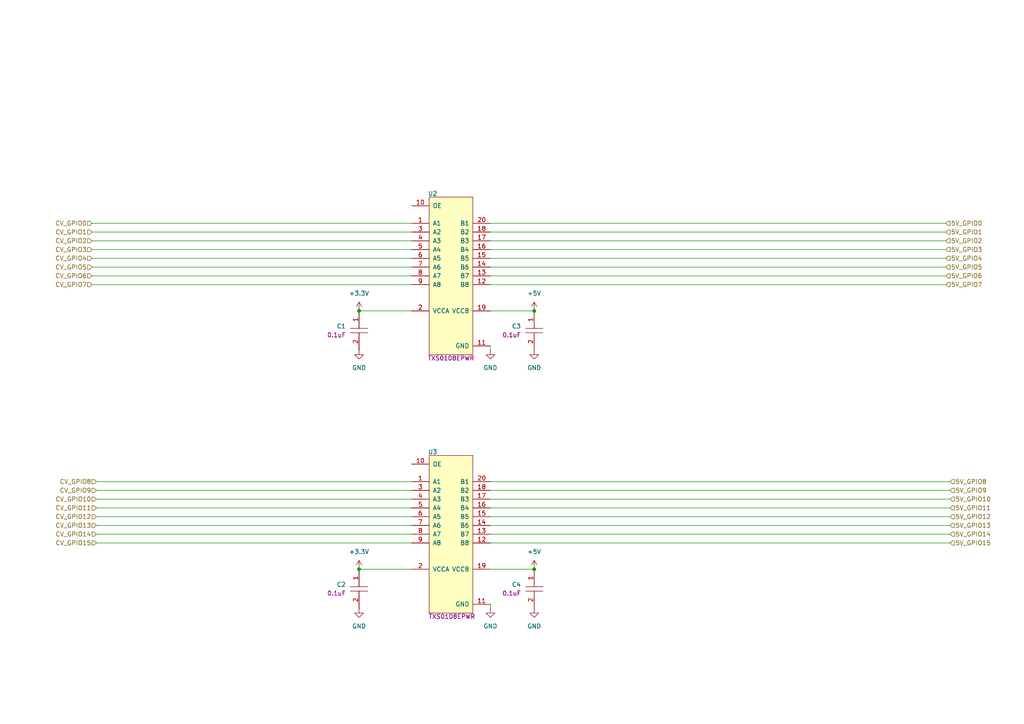
<source format=kicad_sch>
(kicad_sch (version 20231120) (generator "eeschema") (generator_version "8.0")
  (paper "A4")
  (lib_symbols
    (symbol "AVR-KiCAD-Lib-Capacitors:CGA3E2X7R1H104K080AA" (pin_names (offset 1.016))
      (property "Reference" "C" (at -2.54 2.54 0))
      (property "_Value_" "0.1uF" (at 58.42 63.5 0))
      (symbol "CGA3E2X7R1H104K080AA_1_1"
        (polyline (pts (xy 0 2.54) (xy 0 -2.54)))
        (polyline (pts (xy 1.27 2.54) (xy 1.27 -2.54)))
        (pin input line (at -5.08 0 0) (length 5.08) (name "~") (number "1"))
        (pin input line (at 6.35 0 180) (length 5.08) (name "~") (number "2"))
      )
    )
    (symbol "AVR-KiCAD-Lib-ICs:TXS0108EPWR" (pin_names (offset 1.016))
      (property "Reference" "U" (at 1.016 0.762 0))
      (property "_Value_" "TXS0108EPWR" (at 6.35 -48.006 0))
      (symbol "TXS0108EPWR_0_1"
        (rectangle (start 0 0) (end 12.7 -45.72) (fill (type background)))
      )
      (symbol "TXS0108EPWR_1_1"
        (pin bidirectional line (at -5.08 -7.62 0) (length 5.08) (name "A1") (number "1"))
        (pin input line (at -5.08 -2.54 0) (length 5.08) (name "OE") (number "10"))
        (pin passive line (at 17.78 -43.18 180) (length 5.08) (name "GND") (number "11"))
        (pin bidirectional line (at 17.78 -25.4 180) (length 5.08) (name "B8") (number "12"))
        (pin bidirectional line (at 17.78 -22.86 180) (length 5.08) (name "B7") (number "13"))
        (pin bidirectional line (at 17.78 -20.32 180) (length 5.08) (name "B6") (number "14"))
        (pin bidirectional line (at 17.78 -17.78 180) (length 5.08) (name "B5") (number "15"))
        (pin bidirectional line (at 17.78 -15.24 180) (length 5.08) (name "B4") (number "16"))
        (pin bidirectional line (at 17.78 -12.7 180) (length 5.08) (name "B3") (number "17"))
        (pin bidirectional line (at 17.78 -10.16 180) (length 5.08) (name "B2") (number "18"))
        (pin power_in line (at 17.78 -33.02 180) (length 5.08) (name "VCCB") (number "19"))
        (pin power_in line (at -5.08 -33.02 0) (length 5.08) (name "VCCA") (number "2"))
        (pin bidirectional line (at 17.78 -7.62 180) (length 5.08) (name "B1") (number "20"))
        (pin bidirectional line (at -5.08 -10.16 0) (length 5.08) (name "A2") (number "3"))
        (pin bidirectional line (at -5.08 -12.7 0) (length 5.08) (name "A3") (number "4"))
        (pin bidirectional line (at -5.08 -15.24 0) (length 5.08) (name "A4") (number "5"))
        (pin bidirectional line (at -5.08 -17.78 0) (length 5.08) (name "A5") (number "6"))
        (pin bidirectional line (at -5.08 -20.32 0) (length 5.08) (name "A6") (number "7"))
        (pin bidirectional line (at -5.08 -22.86 0) (length 5.08) (name "A7") (number "8"))
        (pin bidirectional line (at -5.08 -25.4 0) (length 5.08) (name "A8") (number "9"))
      )
    )
    (symbol "power:+3.3V" (power) (pin_numbers hide) (pin_names (offset 0) hide)
      (property "Value" "+3.3V" (at 0 3.556 0))
      (symbol "+3.3V_0_1"
        (polyline (pts (xy -0.762 1.27) (xy 0 2.54)))
        (polyline (pts (xy 0 0) (xy 0 2.54)))
        (polyline (pts (xy 0 2.54) (xy 0.762 1.27)))
      )
      (symbol "+3.3V_1_1"
        (pin power_in line (at 0 0 90) (length 0) (name "~") (number "1"))
      )
    )
    (symbol "power:+5V" (power) (pin_numbers hide) (pin_names (offset 0) hide)
      (property "Value" "+5V" (at 0 3.556 0))
      (symbol "+5V_0_1"
        (polyline (pts (xy -0.762 1.27) (xy 0 2.54)))
        (polyline (pts (xy 0 0) (xy 0 2.54)))
        (polyline (pts (xy 0 2.54) (xy 0.762 1.27)))
      )
      (symbol "+5V_1_1"
        (pin power_in line (at 0 0 90) (length 0) (name "~") (number "1"))
      )
    )
    (symbol "power:GND" (power) (pin_numbers hide) (pin_names (offset 0) hide)
      (property "Value" "GND" (at 0 -3.81 0))
      (symbol "GND_0_1"
        (polyline (pts (xy 0 0) (xy 0 -1.27) (xy 1.27 -1.27) (xy 0 -2.54) (xy -1.27 -1.27) (xy 0 -1.27)))
      )
      (symbol "GND_1_1"
        (pin power_in line (at 0 0 270) (length 0) (name "~") (number "1"))
      )
    )
  )
  (junction (at 104.14 90.17))
  (junction (at 154.94 90.17))
  (junction (at 104.14 165.1))
  (junction (at 154.94 165.1))
  (wire (pts (xy 27.94 144.78) (xy 119.38 144.78)))
  (wire (pts (xy 275.59 157.48) (xy 142.24 157.48)))
  (wire (pts (xy 275.59 152.4) (xy 142.24 152.4)))
  (wire (pts (xy 26.67 77.47) (xy 119.38 77.47)))
  (wire (pts (xy 27.94 139.7) (xy 119.38 139.7)))
  (wire (pts (xy 275.59 139.7) (xy 142.24 139.7)))
  (wire (pts (xy 27.94 149.86) (xy 119.38 149.86)))
  (wire (pts (xy 274.32 69.85) (xy 142.24 69.85)))
  (wire (pts (xy 274.32 67.31) (xy 142.24 67.31)))
  (wire (pts (xy 275.59 154.94) (xy 142.24 154.94)))
  (wire (pts (xy 104.14 165.1) (xy 119.38 165.1)))
  (wire (pts (xy 26.67 64.77) (xy 119.38 64.77)))
  (wire (pts (xy 142.24 90.17) (xy 154.94 90.17)))
  (wire (pts (xy 275.59 142.24) (xy 142.24 142.24)))
  (wire (pts (xy 142.24 165.1) (xy 154.94 165.1)))
  (wire (pts (xy 142.24 101.6) (xy 142.24 100.33)))
  (wire (pts (xy 26.67 74.93) (xy 119.38 74.93)))
  (wire (pts (xy 274.32 80.01) (xy 142.24 80.01)))
  (wire (pts (xy 27.94 154.94) (xy 119.38 154.94)))
  (wire (pts (xy 27.94 152.4) (xy 119.38 152.4)))
  (wire (pts (xy 27.94 147.32) (xy 119.38 147.32)))
  (wire (pts (xy 27.94 157.48) (xy 119.38 157.48)))
  (wire (pts (xy 275.59 144.78) (xy 142.24 144.78)))
  (wire (pts (xy 26.67 69.85) (xy 119.38 69.85)))
  (wire (pts (xy 26.67 67.31) (xy 119.38 67.31)))
  (wire (pts (xy 274.32 72.39) (xy 142.24 72.39)))
  (wire (pts (xy 104.14 90.17) (xy 119.38 90.17)))
  (wire (pts (xy 275.59 149.86) (xy 142.24 149.86)))
  (wire (pts (xy 275.59 147.32) (xy 142.24 147.32)))
  (wire (pts (xy 26.67 72.39) (xy 119.38 72.39)))
  (wire (pts (xy 142.24 176.53) (xy 142.24 175.26)))
  (wire (pts (xy 26.67 80.01) (xy 119.38 80.01)))
  (wire (pts (xy 26.67 82.55) (xy 119.38 82.55)))
  (wire (pts (xy 274.32 64.77) (xy 142.24 64.77)))
  (wire (pts (xy 27.94 142.24) (xy 119.38 142.24)))
  (wire (pts (xy 274.32 77.47) (xy 142.24 77.47)))
  (wire (pts (xy 274.32 82.55) (xy 142.24 82.55)))
  (wire (pts (xy 274.32 74.93) (xy 142.24 74.93)))
  (hierarchical_label "5V_GPIO4" (shape input) (at 274.32 74.93 0))
  (hierarchical_label "CV_GPIO12" (shape input) (at 27.94 149.86 180))
  (hierarchical_label "5V_GPIO15" (shape input) (at 275.59 157.48 0))
  (hierarchical_label "5V_GPIO7" (shape input) (at 274.32 82.55 0))
  (hierarchical_label "5V_GPIO8" (shape input) (at 275.59 139.7 0))
  (hierarchical_label "CV_GPIO1" (shape input) (at 26.67 67.31 180))
  (hierarchical_label "CV_GPIO3" (shape input) (at 26.67 72.39 180))
  (hierarchical_label "CV_GPIO5" (shape input) (at 26.67 77.47 180))
  (hierarchical_label "CV_GPIO10" (shape input) (at 27.94 144.78 180))
  (hierarchical_label "CV_GPIO6" (shape input) (at 26.67 80.01 180))
  (hierarchical_label "CV_GPIO11" (shape input) (at 27.94 147.32 180))
  (hierarchical_label "5V_GPIO9" (shape input) (at 275.59 142.24 0))
  (hierarchical_label "CV_GPIO15" (shape input) (at 27.94 157.48 180))
  (hierarchical_label "5V_GPIO3" (shape input) (at 274.32 72.39 0))
  (hierarchical_label "CV_GPIO4" (shape input) (at 26.67 74.93 180))
  (hierarchical_label "5V_GPIO0" (shape input) (at 274.32 64.77 0))
  (hierarchical_label "5V_GPIO2" (shape input) (at 274.32 69.85 0))
  (hierarchical_label "5V_GPIO1" (shape input) (at 274.32 67.31 0))
  (hierarchical_label "CV_GPIO7" (shape input) (at 26.67 82.55 180))
  (hierarchical_label "CV_GPIO8" (shape input) (at 27.94 139.7 180))
  (hierarchical_label "CV_GPIO2" (shape input) (at 26.67 69.85 180))
  (hierarchical_label "5V_GPIO10" (shape input) (at 275.59 144.78 0))
  (hierarchical_label "CV_GPIO13" (shape input) (at 27.94 152.4 180))
  (hierarchical_label "5V_GPIO14" (shape input) (at 275.59 154.94 0))
  (hierarchical_label "5V_GPIO12" (shape input) (at 275.59 149.86 0))
  (hierarchical_label "5V_GPIO6" (shape input) (at 274.32 80.01 0))
  (hierarchical_label "5V_GPIO5" (shape input) (at 274.32 77.47 0))
  (hierarchical_label "CV_GPIO14" (shape input) (at 27.94 154.94 180))
  (hierarchical_label "CV_GPIO9" (shape input) (at 27.94 142.24 180))
  (hierarchical_label "CV_GPIO0" (shape input) (at 26.67 64.77 180))
  (hierarchical_label "5V_GPIO13" (shape input) (at 275.59 152.4 0))
  (hierarchical_label "5V_GPIO11" (shape input) (at 275.59 147.32 0))
  (symbol (lib_id "power:GND") (at 104.14 101.6 0) (unit 1)
    (property "Reference" "#PWR06" (effects (hide yes)))
    (property "Value" "GND" (at 104.14 106.68 0))
    (property "Description" "Power symbol creates a global label with name \"GND\" , ground" (effects (hide yes)))
  )
  (symbol (lib_id "AVR-KiCAD-Lib-Capacitors:CGA3E2X7R1H104K080AA") (at 104.14 95.25 270) (unit 1)
    (property "Reference" "C1" (at 100.33 94.6149 90) (effects (justify right)))
    (property "Value" "CGA3E2X7R1H104K080AA" (effects (hide yes)))
    (property "Footprint" "AVR-KiCAD-Lib-Capacitors:C0603" (effects (hide yes)))
    (property "Datasheet" "https://product.tdk.com/info/en/catalog/datasheets/mlcc_automotive_general_en.pdf" (effects (hide yes)))
    (property "Description" "0.1µF ±10% 50V Ceramic Capacitor X7R 0603 (1608 Metric)" (effects (hide yes)))
    (property "Cost QTY: 1" "0.11000" (effects (hide yes)))
    (property "Cost QTY: 1000" "0.01972" (effects (hide yes)))
    (property "Cost QTY: 2500" "*" (effects (hide yes)))
    (property "Cost QTY: 5000" "*" (effects (hide yes)))
    (property "Cost QTY: 10000" "*" (effects (hide yes)))
    (property "MFR" "TDK Corporation" (effects (hide yes)))
    (property "MFR#" "CGA3E2X7R1H104K080AA" (effects (hide yes)))
    (property "Vendor" "Digikey" (effects (hide yes)))
    (property "Vendor #" "445-5666-1-ND" (effects (hide yes)))
    (property "Designer" "AVR" (effects (hide yes)))
    (property "Height" "0.9mm" (effects (hide yes)))
    (property "Date Created" "6/17/2020" (effects (hide yes)))
    (property "Date Modified" "6/17/2020" (effects (hide yes)))
    (property "Lead-Free ?" "Yes" (effects (hide yes)))
    (property "RoHS Levels" "1" (effects (hide yes)))
    (property "Mounting" "SMT" (effects (hide yes)))
    (property "Pin Count #" "2" (effects (hide yes)))
    (property "Status" "Active" (effects (hide yes)))
    (property "Tolerance" "10%" (effects (hide yes)))
    (property "Type" "Capacitor" (effects (hide yes)))
    (property "Voltage" "50V" (effects (hide yes)))
    (property "Package" "0603" (effects (hide yes)))
    (property "_Value_" "0.1uF" (at 100.33 97.1549 90) (effects (justify right)))
    (property "Management_ID" "*" (effects (hide yes)))
  )
  (symbol (lib_id "power:+5V") (at 154.94 165.1 0) (unit 1)
    (property "Reference" "#PWR012" (effects (hide yes)))
    (property "Value" "+5V" (at 154.94 160.02 0))
    (property "Description" "Power symbol creates a global label with name \"+5V\"" (effects (hide yes)))
  )
  (symbol (lib_id "AVR-KiCAD-Lib-ICs:TXS0108EPWR") (at 124.46 132.08 0) (unit 1)
    (property "Reference" "U3" (at 125.476 131.064 0))
    (property "Value" "TXS0108EPWR" (effects (hide yes)))
    (property "Footprint" "AVR-KiCAD-Lib-ICs:SOP65P640X120-20N" (effects (hide yes)))
    (property "Datasheet" "https://www.ti.com/lit/ds/symlink/txs0108e.pdf?ts=1711044790815" (effects (hide yes)))
    (property "Description" "Voltage Level Translator Bidirectional 1 Circuit 8 Channel 60Mbps 20-TSSOP" (effects (hide yes)))
    (property "Cost QTY: 1" "1.50000" (effects (hide yes)))
    (property "Cost QTY: 1000" "0.73518" (effects (hide yes)))
    (property "Cost QTY: 2500" "0.68448" (effects (hide yes)))
    (property "Cost QTY: 5000" "*" (effects (hide yes)))
    (property "Cost QTY: 10000" "0.63378" (effects (hide yes)))
    (property "MFR" "*" (effects (hide yes)))
    (property "MFR#" "TXS0108EPWR" (effects (hide yes)))
    (property "Vendor" "Digikey" (effects (hide yes)))
    (property "Vendor #" "296-23011-2-ND" (effects (hide yes)))
    (property "Designer" "Adam Vadala-Roth" (effects (hide yes)))
    (property "Height" "1.2mm" (effects (hide yes)))
    (property "Date Created" "3/21/2024" (effects (hide yes)))
    (property "Date Modified" "3/21/2024" (effects (hide yes)))
    (property "Lead-Free ?" "Yes" (effects (hide yes)))
    (property "RoHS Levels" "1" (effects (hide yes)))
    (property "Mounting" "SMT" (effects (hide yes)))
    (property "Pin Count #" "20" (effects (hide yes)))
    (property "Status" "Active" (effects (hide yes)))
    (property "Tolerance" "N/A" (effects (hide yes)))
    (property "Type" "IC" (effects (hide yes)))
    (property "Voltage" "3.3V/5V" (effects (hide yes)))
    (property "Package" "TSSOP20" (effects (hide yes)))
    (property "_Value_" "TXS0108EPWR" (at 131.064 178.816 0))
    (property "Management_ID" "*" (effects (hide yes)))
  )
  (symbol (lib_id "power:GND") (at 142.24 176.53 0) (unit 1)
    (property "Reference" "#PWR08" (effects (hide yes)))
    (property "Value" "GND" (at 142.24 181.61 0))
    (property "Description" "Power symbol creates a global label with name \"GND\" , ground" (effects (hide yes)))
  )
  (symbol (lib_id "power:+3.3V") (at 104.14 165.1 0) (unit 1)
    (property "Reference" "#PWR05" (effects (hide yes)))
    (property "Value" "+3.3V" (at 104.14 160.02 0))
    (property "Description" "Power symbol creates a global label with name \"+3.3V\"" (effects (hide yes)))
  )
  (symbol (lib_id "power:GND") (at 104.14 176.53 0) (unit 1)
    (property "Reference" "#PWR09" (effects (hide yes)))
    (property "Value" "GND" (at 104.14 181.61 0))
    (property "Description" "Power symbol creates a global label with name \"GND\" , ground" (effects (hide yes)))
  )
  (symbol (lib_id "AVR-KiCAD-Lib-ICs:TXS0108EPWR") (at 124.46 57.15 0) (unit 1)
    (property "Reference" "U2" (at 125.476 56.134 0))
    (property "Value" "TXS0108EPWR" (effects (hide yes)))
    (property "Footprint" "AVR-KiCAD-Lib-ICs:SOP65P640X120-20N" (effects (hide yes)))
    (property "Datasheet" "https://www.ti.com/lit/ds/symlink/txs0108e.pdf?ts=1711044790815" (effects (hide yes)))
    (property "Description" "Voltage Level Translator Bidirectional 1 Circuit 8 Channel 60Mbps 20-TSSOP" (effects (hide yes)))
    (property "Cost QTY: 1" "1.50000" (effects (hide yes)))
    (property "Cost QTY: 1000" "0.73518" (effects (hide yes)))
    (property "Cost QTY: 2500" "0.68448" (effects (hide yes)))
    (property "Cost QTY: 5000" "*" (effects (hide yes)))
    (property "Cost QTY: 10000" "0.63378" (effects (hide yes)))
    (property "MFR" "*" (effects (hide yes)))
    (property "MFR#" "TXS0108EPWR" (effects (hide yes)))
    (property "Vendor" "Digikey" (effects (hide yes)))
    (property "Vendor #" "296-23011-2-ND" (effects (hide yes)))
    (property "Designer" "Adam Vadala-Roth" (effects (hide yes)))
    (property "Height" "1.2mm" (effects (hide yes)))
    (property "Date Created" "3/21/2024" (effects (hide yes)))
    (property "Date Modified" "3/21/2024" (effects (hide yes)))
    (property "Lead-Free ?" "Yes" (effects (hide yes)))
    (property "RoHS Levels" "1" (effects (hide yes)))
    (property "Mounting" "SMT" (effects (hide yes)))
    (property "Pin Count #" "20" (effects (hide yes)))
    (property "Status" "Active" (effects (hide yes)))
    (property "Tolerance" "N/A" (effects (hide yes)))
    (property "Type" "IC" (effects (hide yes)))
    (property "Voltage" "3.3V/5V" (effects (hide yes)))
    (property "Package" "TSSOP20" (effects (hide yes)))
    (property "_Value_" "TXS0108EPWR" (at 130.81 103.886 0))
    (property "Management_ID" "*" (effects (hide yes)))
  )
  (symbol (lib_id "power:GND") (at 154.94 101.6 0) (unit 1)
    (property "Reference" "#PWR011" (effects (hide yes)))
    (property "Value" "GND" (at 154.94 106.68 0))
    (property "Description" "Power symbol creates a global label with name \"GND\" , ground" (effects (hide yes)))
  )
  (symbol (lib_id "power:+5V") (at 154.94 90.17 0) (unit 1)
    (property "Reference" "#PWR013" (effects (hide yes)))
    (property "Value" "+5V" (at 154.94 85.09 0))
    (property "Description" "Power symbol creates a global label with name \"+5V\"" (effects (hide yes)))
  )
  (symbol (lib_id "AVR-KiCAD-Lib-Capacitors:CGA3E2X7R1H104K080AA") (at 154.94 170.18 270) (unit 1)
    (property "Reference" "C4" (at 151.13 169.5449 90) (effects (justify right)))
    (property "Value" "CGA3E2X7R1H104K080AA" (effects (hide yes)))
    (property "Footprint" "AVR-KiCAD-Lib-Capacitors:C0603" (effects (hide yes)))
    (property "Datasheet" "https://product.tdk.com/info/en/catalog/datasheets/mlcc_automotive_general_en.pdf" (effects (hide yes)))
    (property "Description" "0.1µF ±10% 50V Ceramic Capacitor X7R 0603 (1608 Metric)" (effects (hide yes)))
    (property "Cost QTY: 1" "0.11000" (effects (hide yes)))
    (property "Cost QTY: 1000" "0.01972" (effects (hide yes)))
    (property "Cost QTY: 2500" "*" (effects (hide yes)))
    (property "Cost QTY: 5000" "*" (effects (hide yes)))
    (property "Cost QTY: 10000" "*" (effects (hide yes)))
    (property "MFR" "TDK Corporation" (effects (hide yes)))
    (property "MFR#" "CGA3E2X7R1H104K080AA" (effects (hide yes)))
    (property "Vendor" "Digikey" (effects (hide yes)))
    (property "Vendor #" "445-5666-1-ND" (effects (hide yes)))
    (property "Designer" "AVR" (effects (hide yes)))
    (property "Height" "0.9mm" (effects (hide yes)))
    (property "Date Created" "6/17/2020" (effects (hide yes)))
    (property "Date Modified" "6/17/2020" (effects (hide yes)))
    (property "Lead-Free ?" "Yes" (effects (hide yes)))
    (property "RoHS Levels" "1" (effects (hide yes)))
    (property "Mounting" "SMT" (effects (hide yes)))
    (property "Pin Count #" "2" (effects (hide yes)))
    (property "Status" "Active" (effects (hide yes)))
    (property "Tolerance" "10%" (effects (hide yes)))
    (property "Type" "Capacitor" (effects (hide yes)))
    (property "Voltage" "50V" (effects (hide yes)))
    (property "Package" "0603" (effects (hide yes)))
    (property "_Value_" "0.1uF" (at 151.13 172.0849 90) (effects (justify right)))
    (property "Management_ID" "*" (effects (hide yes)))
  )
  (symbol (lib_id "power:GND") (at 154.94 176.53 0) (unit 1)
    (property "Reference" "#PWR010" (effects (hide yes)))
    (property "Value" "GND" (at 154.94 181.61 0))
    (property "Description" "Power symbol creates a global label with name \"GND\" , ground" (effects (hide yes)))
  )
  (symbol (lib_id "AVR-KiCAD-Lib-Capacitors:CGA3E2X7R1H104K080AA") (at 104.14 170.18 270) (unit 1)
    (property "Reference" "C2" (at 100.33 169.5449 90) (effects (justify right)))
    (property "Value" "CGA3E2X7R1H104K080AA" (effects (hide yes)))
    (property "Footprint" "AVR-KiCAD-Lib-Capacitors:C0603" (effects (hide yes)))
    (property "Datasheet" "https://product.tdk.com/info/en/catalog/datasheets/mlcc_automotive_general_en.pdf" (effects (hide yes)))
    (property "Description" "0.1µF ±10% 50V Ceramic Capacitor X7R 0603 (1608 Metric)" (effects (hide yes)))
    (property "Cost QTY: 1" "0.11000" (effects (hide yes)))
    (property "Cost QTY: 1000" "0.01972" (effects (hide yes)))
    (property "Cost QTY: 2500" "*" (effects (hide yes)))
    (property "Cost QTY: 5000" "*" (effects (hide yes)))
    (property "Cost QTY: 10000" "*" (effects (hide yes)))
    (property "MFR" "TDK Corporation" (effects (hide yes)))
    (property "MFR#" "CGA3E2X7R1H104K080AA" (effects (hide yes)))
    (property "Vendor" "Digikey" (effects (hide yes)))
    (property "Vendor #" "445-5666-1-ND" (effects (hide yes)))
    (property "Designer" "AVR" (effects (hide yes)))
    (property "Height" "0.9mm" (effects (hide yes)))
    (property "Date Created" "6/17/2020" (effects (hide yes)))
    (property "Date Modified" "6/17/2020" (effects (hide yes)))
    (property "Lead-Free ?" "Yes" (effects (hide yes)))
    (property "RoHS Levels" "1" (effects (hide yes)))
    (property "Mounting" "SMT" (effects (hide yes)))
    (property "Pin Count #" "2" (effects (hide yes)))
    (property "Status" "Active" (effects (hide yes)))
    (property "Tolerance" "10%" (effects (hide yes)))
    (property "Type" "Capacitor" (effects (hide yes)))
    (property "Voltage" "50V" (effects (hide yes)))
    (property "Package" "0603" (effects (hide yes)))
    (property "_Value_" "0.1uF" (at 100.33 172.0849 90) (effects (justify right)))
    (property "Management_ID" "*" (effects (hide yes)))
  )
  (symbol (lib_id "power:GND") (at 142.24 101.6 0) (unit 1)
    (property "Reference" "#PWR07" (effects (hide yes)))
    (property "Value" "GND" (at 142.24 106.68 0))
    (property "Description" "Power symbol creates a global label with name \"GND\" , ground" (effects (hide yes)))
  )
  (symbol (lib_id "AVR-KiCAD-Lib-Capacitors:CGA3E2X7R1H104K080AA") (at 154.94 95.25 270) (unit 1)
    (property "Reference" "C3" (at 151.13 94.6149 90) (effects (justify right)))
    (property "Value" "CGA3E2X7R1H104K080AA" (effects (hide yes)))
    (property "Footprint" "AVR-KiCAD-Lib-Capacitors:C0603" (effects (hide yes)))
    (property "Datasheet" "https://product.tdk.com/info/en/catalog/datasheets/mlcc_automotive_general_en.pdf" (effects (hide yes)))
    (property "Description" "0.1µF ±10% 50V Ceramic Capacitor X7R 0603 (1608 Metric)" (effects (hide yes)))
    (property "Cost QTY: 1" "0.11000" (effects (hide yes)))
    (property "Cost QTY: 1000" "0.01972" (effects (hide yes)))
    (property "Cost QTY: 2500" "*" (effects (hide yes)))
    (property "Cost QTY: 5000" "*" (effects (hide yes)))
    (property "Cost QTY: 10000" "*" (effects (hide yes)))
    (property "MFR" "TDK Corporation" (effects (hide yes)))
    (property "MFR#" "CGA3E2X7R1H104K080AA" (effects (hide yes)))
    (property "Vendor" "Digikey" (effects (hide yes)))
    (property "Vendor #" "445-5666-1-ND" (effects (hide yes)))
    (property "Designer" "AVR" (effects (hide yes)))
    (property "Height" "0.9mm" (effects (hide yes)))
    (property "Date Created" "6/17/2020" (effects (hide yes)))
    (property "Date Modified" "6/17/2020" (effects (hide yes)))
    (property "Lead-Free ?" "Yes" (effects (hide yes)))
    (property "RoHS Levels" "1" (effects (hide yes)))
    (property "Mounting" "SMT" (effects (hide yes)))
    (property "Pin Count #" "2" (effects (hide yes)))
    (property "Status" "Active" (effects (hide yes)))
    (property "Tolerance" "10%" (effects (hide yes)))
    (property "Type" "Capacitor" (effects (hide yes)))
    (property "Voltage" "50V" (effects (hide yes)))
    (property "Package" "0603" (effects (hide yes)))
    (property "_Value_" "0.1uF" (at 151.13 97.1549 90) (effects (justify right)))
    (property "Management_ID" "*" (effects (hide yes)))
  )
  (symbol (lib_id "power:+3.3V") (at 104.14 90.17 0) (unit 1)
    (property "Reference" "#PWR04" (effects (hide yes)))
    (property "Value" "+3.3V" (at 104.14 85.09 0))
    (property "Description" "Power symbol creates a global label with name \"+3.3V\"" (effects (hide yes)))
  )
)
</source>
